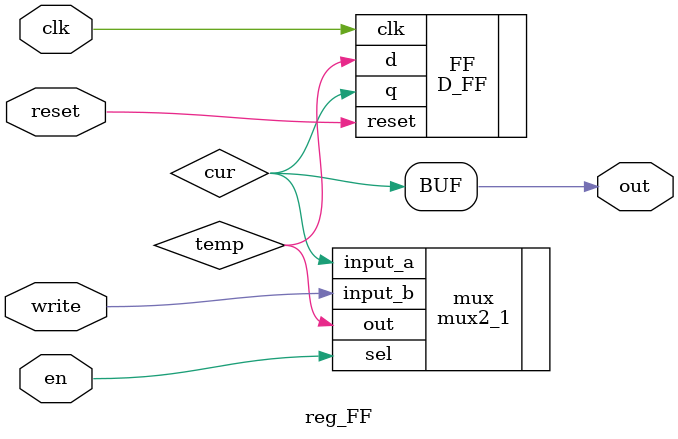
<source format=sv>
`timescale 1ns/10ps

module reg_FF (en, write, clk, reset, out);
	input en, write, clk, reset;
	output out;
	logic cur, temp;
	
	
	mux2_1 mux (.sel(en), .input_a(cur), .input_b(write), .out(temp));
	D_FF FF (.q(cur), .d(temp), .reset(reset), .clk(clk));
	assign out = cur; 

endmodule
</source>
